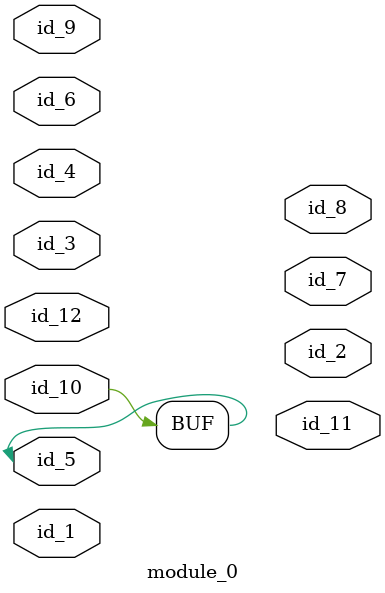
<source format=v>
module module_0 (
    id_1,
    id_2,
    id_3,
    id_4,
    id_5,
    id_6,
    id_7,
    id_8,
    id_9,
    id_10,
    id_11,
    id_12
);
  input id_12;
  output id_11;
  input id_10;
  input id_9;
  output id_8;
  output id_7;
  input id_6;
  input id_5;
  input id_4;
  input id_3;
  output id_2;
  input id_1;
  assign id_10 = id_5;
endmodule

</source>
